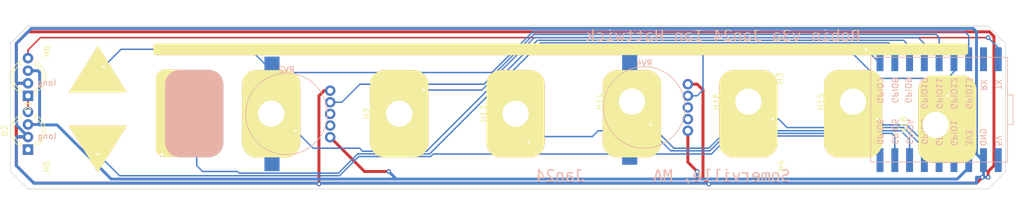
<source format=kicad_pcb>
(kicad_pcb (version 20240108) (generator "pcbnew") (generator_version "8.0")
  (layers (0 "F.Cu" signal) (31 "B.Cu" signal) (34 "B.Paste" user) (35 "F.Paste" user) (36 "B.SilkS" user "B.Silkscreen") (37 "F.SilkS" user "F.Silkscreen") (38 "B.Mask" user) (39 "F.Mask" user) (44 "Edge.Cuts" user))
  (net 0 "")
  (net 1 "/A1")
  (net 2 "+3.3V")
  (net 3 "GND")
  (net 4 "/A2")
  (net 5 "/A3")
  (net 6 "/A4")
  (net 7 "/A5")
  (net 8 "/A6")
  (net 9 "/A0")
  (net 10 "/A10")
  (net 11 "/D1")
  (net 12 "/A8")
  (net 13 "/SCL")
  (net 14 "/SDA")
  (net 15 "/A7")
  (net 16 "/A9")
  (net 17 "/D0")
  (net 18 "Net-(D1-DOUT)")
  (footprint "MountingHole:MountingHole_4.5mm" (layer "F.Cu") (at 195 100 90)
    (property "Reference" "H18" (at 0 -5.5 90) (layer "F.SilkS"))
    (property "Value" "MountingHole")
    (pad "" np_thru_hole circle (at 0 0 90) (size 4.5 4.5) (drill 4.5) (layers "F&B.Cu"))
  )
  (footprint "ih_kicad:recorder-touchpad" (layer "F.Cu") (at 122.793423 98.078 90)
    (property "Reference" "TP4" (hide yes))
    (property "Value" "TestPoint" (hide yes))
    (pad "1" smd roundrect (at 0 0 90) (size 15 10) (layers "F.Cu" "F.SilkS") (net 6 "/A4"))
  )
  (footprint "ih_kicad:recorder-touchpad-alt-up" (layer "F.Cu") (at 51 90.424)
    (property "Reference" "TP12" (hide yes))
    (property "Value" "TestPoint" (hide yes))
    (pad "1" smd trapezoid (at 0 0) (size 5 8) (rect_delta 0 5) (layers "F.Cu" "F.SilkS") (net 10 "/A10"))
  )
  (footprint "ih_kicad:recorder-touchpad" (layer "F.Cu") (at 80.793423 98.078 90)
    (property "Reference" "TP2" (hide yes))
    (property "Value" "TestPoint" (hide yes))
    (pad "1" smd roundrect (at 0 0 90) (size 15 10) (layers "F.Cu" "F.SilkS") (net 12 "/A8"))
  )
  (footprint "ih_kicad:recorder-touchpad-alt-up" (layer "F.Cu") (at 51 104.14 180)
    (property "Reference" "TP8" (hide yes))
    (property "Value" "TestPoint" (hide yes))
    (pad "1" smd trapezoid (at 0 0 180) (size 5 8) (rect_delta 0 5) (layers "F.Cu" "F.SilkS") (net 7 "/A5"))
  )
  (footprint "ih_kicad:recorder-touchpad" (layer "F.Cu") (at 142.793423 98.078 90)
    (property "Reference" "TP5" (hide yes))
    (property "Value" "TestPoint" (hide yes))
    (pad "1" smd roundrect (at 0 0 90) (size 15 10) (layers "F.Cu" "F.SilkS") (net 5 "/A3"))
  )
  (footprint "ih_kicad:recorder-touchpad-narrow" (layer "F.Cu") (at 64 98 90)
    (property "Reference" "TP11" (hide yes))
    (property "Value" "TestPoint" (hide yes))
    (pad "1" smd roundrect (at 0 0 90) (size 15 6) (layers "F.Cu" "F.SilkS") (net 15 "/A7"))
  )
  (footprint "MountingHole:MountingHole_4.5mm" (layer "F.Cu") (at 142.793423 96 90)
    (property "Reference" "H14" (at 0 -5.5 90) (layer "F.SilkS"))
    (property "Value" "MountingHole")
    (pad "" np_thru_hole circle (at 0 0 90) (size 4.5 4.5) (drill 4.5) (layers "F&B.Cu"))
  )
  (footprint "MountingHole:MountingHole_4.5mm" (layer "F.Cu") (at 122.793423 98.078 90)
    (property "Reference" "H13" (at 0 -5.5 90) (layer "F.SilkS"))
    (property "Value" "MountingHole")
    (pad "" np_thru_hole circle (at 0 0 90) (size 4.5 4.5) (drill 4.5) (layers "F&B.Cu"))
  )
  (footprint "MountingHole:MountingHole_4.5mm" (layer "F.Cu") (at 180.793423 96 90)
    (property "Reference" "H15" (at 0 -5.5 90) (layer "F.SilkS"))
    (property "Value" "MountingHole")
    (pad "" np_thru_hole circle (at 0 0 90) (size 4.5 4.5) (drill 4.5) (layers "F&B.Cu"))
  )
  (footprint "MountingHole:MountingHole_4.5mm" (layer "F.Cu") (at 162.793423 96 90)
    (property "Reference" "H16" (at 0 -5.5 90) (layer "F.SilkS"))
    (property "Value" "MountingHole")
    (pad "" np_thru_hole circle (at 0 0 90) (size 4.5 4.5) (drill 4.5) (layers "F&B.Cu"))
  )
  (footprint "MountingHole:MountingHole_3.2mm_M3_ISO14580" (layer "F.Cu") (at 172 92 90)
    (property "Reference" "H3" (at 0 -3.75 90) (layer "F.SilkS"))
    (property "Value" "MountingHole")
    (pad "" np_thru_hole circle (at 0 0 90) (size 3.2 3.2) (drill 3.2) (layers "*.Cu" "*.Mask"))
  )
  (footprint "ih_kicad:recorder-touchpad" (layer "F.Cu") (at 102.793423 98.078 90)
    (property "Reference" "TP3" (hide yes))
    (property "Value" "TestPoint" (hide yes))
    (pad "1" smd roundrect (at 0 0 90) (size 15 10) (layers "F.Cu" "F.SilkS") (net 16 "/A9"))
  )
  (footprint "MountingHole:MountingHole_3.2mm_M3_ISO14580" (layer "F.Cu") (at 46 107.188 90)
    (property "Reference" "H5" (at 0 -3.75 90) (layer "F.SilkS"))
    (property "Value" "MountingHole")
    (pad "" np_thru_hole circle (at 0 0 90) (size 3.2 3.2) (drill 3.2) (layers "*.Cu" "*.Mask"))
  )
  (footprint "MountingHole:MountingHole_3.2mm_M3_ISO14580" (layer "F.Cu") (at 172.212 107 90)
    (property "Reference" "H4" (at 0 -3.75 90) (layer "F.SilkS"))
    (property "Value" "MountingHole")
    (pad "" np_thru_hole circle (at 0 0 90) (size 3.2 3.2) (drill 3.2) (layers "*.Cu" "*.Mask"))
  )
  (footprint "LED_THT:LED_D5.0mm-4_RGB_Wide_Pins" (layer "F.Cu") (at 39 95 90)
    (property "Reference" "D1" (at -1.841 0 90) (layer "F.SilkS"))
    (property "Value" "WS2812B")
    (fp_line (start 0.6785 -1.545) (end 0.6785 -1.08) (stroke (width 0.12)) (layer "F.SilkS"))
    (fp_line (start 0.6785 1.08) (end 0.6785 1.545) (stroke (width 0.12)) (layer "F.SilkS"))
    (fp_arc (start 0.6785 -1.54483) (mid 3.496956 -2.978809) (end 6.026315 -1.080827) (stroke (width 0.12)) (layer "F.SilkS"))
    (fp_arc (start 0.983816 -1.08) (mid 3.238262 -2.5) (end 5.492979 -1.080429) (stroke (width 0.12)) (layer "F.SilkS"))
    (fp_arc (start 5.492979 1.080429) (mid 3.238262 2.5) (end 0.983816 1.08) (stroke (width 0.12)) (layer "F.SilkS"))
    (fp_arc (start 6.026315 1.080827) (mid 3.496956 2.978808) (end 0.6785 1.54483) (stroke (width 0.12)) (layer "F.SilkS"))
    (pad "1" thru_hole rect (at 0 0 90) (size 1.8 1.8) (drill 0.9) (layers "*.Cu" "*.Mask") (net 18 "Net-(D1-DOUT)"))
    (pad "2" thru_hole circle (at 2.159 0 90) (size 1.8 1.8) (drill 0.9) (layers "*.Cu" "*.Mask") (net 3 "GND"))
    (pad "3" thru_hole circle (at 4.318 0 90) (size 1.8 1.8) (drill 0.9) (layers "*.Cu" "*.Mask") (net 2 "+3.3V"))
    (pad "4" thru_hole circle (at 6.477 0 90) (size 1.8 1.8) (drill 0.9) (layers "*.Cu" "*.Mask") (net 13 "/SCL"))
  )
  (footprint "ih_kicad:recorder-touchpad" (layer "F.Cu") (at 180.793423 98.078 90)
    (property "Reference" "TP7" (hide yes))
    (property "Value" "TestPoint" (hide yes))
    (pad "1" smd roundrect (at 0 0 90) (size 15 10) (layers "F.Cu" "F.SilkS") (net 1 "/A1"))
  )
  (footprint "LED_THT:LED_D5.0mm-4_RGB_Wide_Pins" (layer "F.Cu") (at 39 104.24 90)
    (property "Reference" "D2" (at 3.2385 -3.96 90) (layer "F.SilkS"))
    (property "Value" "WS2812B")
    (fp_line (start 0.6785 -1.545) (end 0.6785 -1.08) (stroke (width 0.12)) (layer "F.SilkS"))
    (fp_line (start 0.6785 1.08) (end 0.6785 1.545) (stroke (width 0.12)) (layer "F.SilkS"))
    (fp_arc (start 0.6785 -1.54483) (mid 3.496956 -2.978809) (end 6.026315 -1.080827) (stroke (width 0.12)) (layer "F.SilkS"))
    (fp_arc (start 0.983816 -1.08) (mid 3.238262 -2.5) (end 5.492979 -1.080429) (stroke (width 0.12)) (layer "F.SilkS"))
    (fp_arc (start 5.492979 1.080429) (mid 3.238262 2.5) (end 0.983816 1.08) (stroke (width 0.12)) (layer "F.SilkS"))
    (fp_arc (start 6.026315 1.080827) (mid 3.496956 2.978808) (end 0.6785 1.54483) (stroke (width 0.12)) (layer "F.SilkS"))
    (pad "1" thru_hole rect (at 0 0 90) (size 1.8 1.8) (drill 0.9) (layers "*.Cu" "*.Mask"))
    (pad "2" thru_hole circle (at 2.159 0 90) (size 1.8 1.8) (drill 0.9) (layers "*.Cu" "*.Mask") (net 3 "GND"))
    (pad "3" thru_hole circle (at 4.318 0 90) (size 1.8 1.8) (drill 0.9) (layers "*.Cu" "*.Mask") (net 2 "+3.3V"))
    (pad "4" thru_hole circle (at 6.477 0 90) (size 1.8 1.8) (drill 0.9) (layers "*.Cu" "*.Mask") (net 18 "Net-(D1-DOUT)"))
  )
  (footprint "MountingHole:MountingHole_4.5mm" (layer "F.Cu") (at 102.793423 98.078 90)
    (property "Reference" "H2" (at 0 -5.5 90) (layer "F.SilkS"))
    (property "Value" "MountingHole")
    (pad "" np_thru_hole circle (at 0 0 90) (size 4.5 4.5) (drill 4.5) (layers "F&B.Cu"))
  )
  (footprint "MountingHole:MountingHole_3.2mm_M3_ISO14580" (layer "F.Cu") (at 46 87.376 90)
    (property "Reference" "H6" (at 0 -3.75 90) (layer "F.SilkS"))
    (property "Value" "MountingHole")
    (pad "" np_thru_hole circle (at 0 0 90) (size 3.2 3.2) (drill 3.2) (layers "*.Cu" "*.Mask"))
  )
  (footprint "ih_kicad:recorder-touchpad" (layer "F.Cu") (at 197 99 90)
    (property "Reference" "TP10" (hide yes))
    (property "Value" "TestPoint" (hide yes))
    (pad "1" smd roundrect (at 0 0 90) (size 15 10) (layers "F.Cu" "F.SilkS") (net 9 "/A0"))
  )
  (footprint "ih_kicad:recorder-touchtrack_120mm" (layer "F.Cu") (at 130.556 87)
    (property "Reference" "TP9" (hide yes))
    (property "Value" "TestPoint" (hide yes))
    (pad "1" smd roundrect (at 0 0) (size 140 2) (layers "F.Cu" "F.SilkS") (net 8 "/A6"))
  )
  (footprint "MountingHole:MountingHole_4.5mm" (layer "F.Cu") (at 80.793423 98.078 180)
    (property "Reference" "H1" (at 0 -5.5 0) (layer "F.SilkS"))
    (property "Value" "MountingHole")
    (pad "" np_thru_hole circle (at 0 0 180) (size 4.5 4.5) (drill 4.5) (layers "F&B.Cu"))
  )
  (footprint "ih_kicad:recorder-touchpad" (layer "F.Cu") (at 162.793423 98.078 90)
    (property "Reference" "TP6" (hide yes))
    (property "Value" "TestPoint" (hide yes))
    (pad "1" smd roundrect (at 0 0 90) (size 15 10) (layers "F.Cu" "F.SilkS") (net 4 "/A2"))
  )
  (footprint "ih_kicad:Wifiduino-ESP32S3-SMD" (layer "B.Cu") (at 195.58 97.38 90)
    (property "Reference" "U2" (hide yes))
    (property "Value" "~" (hide yes))
    (fp_line (start 9 -11.75) (end 9 11.75) (stroke (width 0.12)) (layer "B.SilkS"))
    (fp_line (start -9 -11.75) (end 9 -11.75) (stroke (width 0.12)) (layer "B.SilkS"))
    (fp_line (start 9 11.75) (end -9 11.75) (stroke (width 0.12)) (layer "B.SilkS"))
    (fp_line (start -2.54 11.75) (end -2.54 12.7) (stroke (width 0.12)) (layer "B.SilkS"))
    (fp_line (start -9 11.75) (end -9 -11.75) (stroke (width 0.12)) (layer "B.SilkS"))
    (fp_line (start 2.54 12.7) (end 2.54 11.75) (stroke (width 0.12)) (layer "B.SilkS"))
    (fp_line (start -2.54 12.7) (end 2.54 12.7) (stroke (width 0.12)) (layer "B.SilkS"))
    (fp_text user "GPIO1" (at -6.35 2.54 -90) (layer "B.SilkS") (effects (justify left mirror)))
    (fp_text user "GPIO11" (at 0 0 -90) (layer "B.SilkS") (effects (justify left mirror)))
    (fp_text user "3V3" (at -6.35 5.08 -90) (layer "B.SilkS") (effects (justify left mirror)))
    (fp_text user "GPIO8" (at 1 -7.62 -90) (layer "B.SilkS") (effects (justify left mirror)))
    (fp_text user "RX" (at 5.309999 7.62 -90) (layer "B.SilkS") (effects (justify right mirror)))
    (fp_text user "GPIO6" (at -6.120001 -10.16 -90) (layer "B.SilkS") (effects (justify left mirror)))
    (fp_text user "GPIO3" (at -6.120001 -2.54 -90) (layer "B.SilkS") (effects (justify left mirror)))
    (fp_text user "GPIO2" (at -6.35 0 -90) (layer "B.SilkS") (effects (justify left mirror)))
    (fp_text user "GPIO10" (at 0 -2.54 -90) (layer "B.SilkS") (effects (justify left mirror)))
    (fp_text user "TX" (at 5.309999 10.16 -90) (layer "B.SilkS") (effects (justify right mirror)))
    (fp_text user "GPIO5" (at -6.120001 -7.62 -90) (layer "B.SilkS") (effects (justify left mirror)))
    (fp_text user "GND" (at -6.35 7.62 90) (layer "B.SilkS") (effects (justify right mirror)))
    (fp_text user "GPIO13" (at 0 5.08 -90) (layer "B.SilkS") (effects (justify left mirror)))
    (fp_text user "5V" (at -6.35 10.16 -90) (layer "B.SilkS") (effects (justify left mirror)))
    (fp_text user "GPIO9" (at 1 -5.309999 -90) (layer "B.SilkS") (effects (justify left mirror)))
    (fp_text user "GPIO4" (at -6.120001 -5.08 -90) (layer "B.SilkS") (effects (justify left mirror)))
    (fp_text user "GPIO7" (at 1 -10.16 -90) (layer "B.SilkS") (effects (justify left mirror)))
    (fp_text user "GPIO12" (at 0 2.54 -90) (layer "B.SilkS") (effects (justify left mirror)))
    (pad "1" smd custom (at -7.62 10.16 180) (size 1.2 2) (layers "B.Cu" "B.Paste" "B.Mask") (options (clearance outline) (anchor rect)) (primitives (gr_poly (pts (xy -0.5 -3) (xy -0.5 0.5) (xy 0.5 0.5) (xy 0.5 -3)) (width 0.2) (fill yes))))
    (pad "2" smd custom (at -7.62 7.62 180) (size 1.2 2) (layers "B.Cu" "B.Paste" "B.Mask") (net 3 "GND") (options (clearance outline) (anchor rect)) (primitives (gr_poly (pts (xy -0.5 -3) (xy -0.5 0.5) (xy 0.5 0.5) (xy 0.5 -3)) (width 0.2) (fill yes))))
    (pad "3" smd custom (at -7.62 5.08 180) (size 1.2 2) (layers "B.Cu" "B.Paste" "B.Mask") (net 2 "+3.3V") (options (clearance outline) (anchor rect)) (primitives (gr_poly (pts (xy -0.5 -3) (xy -0.5 0.5) (xy 0.5 0.5) (xy 0.5 -3)) (width 0.2) (fill yes))))
    (pad "4" smd custom (at -7.62 2.54 180) (size 1.2 2) (layers "B.Cu" "B.Paste" "B.Mask") (net 9 "/A0") (options (clearance outline) (anchor rect)) (primitives (gr_poly (pts (xy -0.5 -3) (xy -0.5 0.5) (xy 0.5 0.5) (xy 0.5 -3)) (width 0.2) (fill yes))))
    (pad "5" smd custom (at -7.62 0 180) (size 1.2 2) (layers "B.Cu" "B.Paste" "B.Mask") (net 1 "/A1") (options (clearance outline) (anchor rect)) (primitives (gr_poly (pts (xy -0.5 -3) (xy -0.5 0.5) (xy 0.5 0.5) (xy 0.5 -3)) (width 0.2) (fill yes))))
    (pad "6" smd custom (at -7.62 -2.54 180) (size 1.2 2) (layers "B.Cu" "B.Paste" "B.Mask") (net 4 "/A2") (options (clearance outline) (anchor rect)) (primitives (gr_poly (pts (xy -0.5 -3) (xy -0.5 0.5) (xy 0.5 0.5) (xy 0.5 -3)) (width 0.2) (fill yes))))
    (pad "7" smd custom (at -7.62 -5.08 180) (size 1.2 2) (layers "B.Cu" "B.Paste" "B.Mask") (net 5 "/A3") (options (clearance outline) (anchor rect)) (primitives (gr_poly (pts (xy -0.5 -3) (xy -0.5 0.5) (xy 0.5 0.5) (xy 0.5 -3)) (width 0.2) (fill yes))))
    (pad "8" smd custom (at -7.62 -7.62 180) (size 1.2 2) (layers "B.Cu" "B.Paste" "B.Mask") (net 6 "/A4") (options (clearance outline) (anchor rect)) (primitives (gr_poly (pts (xy -0.5 -3) (xy -0.5 0.5) (xy 0.5 0.5) (xy 0.5 -3)) (width 0.2) (fill yes))))
    (pad "9" smd custom (at -7.62 -10.16 180) (size 1.2 2) (layers "B.Cu" "B.Paste" "B.Mask") (net 7 "/A5") (options (clearance outline) (anchor rect)) (primitives (gr_poly (pts (xy -0.5 -3) (xy -0.5 0.5) (xy 0.5 0.5) (xy 0.5 -3)) (width 0.2) (fill yes))))
    (pad "10" smd custom (at 7.62 -10.16) (size 1.2 2) (layers "B.Cu" "B.Paste" "B.Mask") (net 8 "/A6") (options (clearance outline) (anchor rect)) (primitives (gr_poly (pts (xy -0.5 -3) (xy -0.5 0.5) (xy 0.5 0.5) (xy 0.5 -3)) (width 0.2) (fill yes))))
    (pad "11" smd custom (at 7.62 -7.62) (size 1.2 2) (layers "B.Cu" "B.Paste" "B.Mask") (net 15 "/A7") (options (clearance outline) (anchor rect)) (primitives (gr_poly (pts (xy -0.5 -3) (xy -0.5 0.5) (xy 0.5 0.5) (xy 0.5 -3)) (width 0.2) (fill yes))))
    (pad "12" smd custom (at 7.62 -5.08) (size 1.2 2) (layers "B.Cu" "B.Paste" "B.Mask") (net 12 "/A8") (options (clearance outline) (anchor rect)) (primitives (gr_poly (pts (xy -0.5 -3) (xy -0.5 0.5) (xy 0.5 0.5) (xy 0.5 -3)) (width 0.2) (fill yes))))
    (pad "13" smd custom (at 7.62 -2.54) (size 1.2 2) (layers "B.Cu" "B.Paste" "B.Mask") (net 16 "/A9") (options (clearance outline) (anchor rect)) (primitives (gr_poly (pts (xy -0.5 -3) (xy -0.5 0.5) (xy 0.5 0.5) (xy 0.5 -3)) (width 0.2) (fill yes))))
    (pad "14" smd custom (at 7.62 0) (size 1.2 2) (layers "B.Cu" "B.Paste" "B.Mask") (net 17 "/D0") (options (clearance outline) (anchor rect)) (primitives (gr_poly (pts (xy -0.5 -3) (xy -0.5 0.5) (xy 0.5 0.5) (xy 0.5 -3)) (width 0.2) (fill yes))))
    (pad "15" smd custom (at 7.62 2.54) (size 1.2 2) (layers "B.Cu" "B.Paste" "B.Mask") (net 11 "/D1") (options (clearance outline) (anchor rect)) (primitives (gr_poly (pts (xy -0.5 -3) (xy -0.5 0.5) (xy 0.5 0.5) (xy 0.5 -3)) (width 0.2) (fill yes))))
    (pad "16" smd custom (at 7.62 5.08) (size 1.2 2) (layers "B.Cu" "B.Paste" "B.Mask") (net 10 "/A10") (options (clearance outline) (anchor rect)) (primitives (gr_poly (pts (xy -0.5 -3) (xy -0.5 0.5) (xy 0.5 0.5) (xy 0.5 -3)) (width 0.2) (fill yes))))
    (pad "17" smd custom (at 7.62 7.62) (size 1.2 2) (layers "B.Cu" "B.Paste" "B.Mask") (net 14 "/SDA") (options (clearance outline) (anchor rect)) (primitives (gr_poly (pts (xy -0.5 -3) (xy -0.5 0.5) (xy 0.5 0.5) (xy 0.5 -3)) (width 0.2) (fill yes))))
    (pad "18" smd custom (at 7.62 10.16) (size 1.2 2) (layers "B.Cu" "B.Paste" "B.Mask") (net 13 "/SCL") (options (clearance outline) (anchor rect)) (primitives (gr_poly (pts (xy -0.5 -3) (xy -0.5 0.5) (xy 0.5 0.5) (xy 0.5 -3)) (width 0.2) (fill yes))))
  )
  (footprint "ih_kicad:potentiometer_wheel_10mm_SMD-shield" (layer "B.Cu") (at 144.9 97 180)
    (property "Reference" "RV4" (at 0 7.62 0) (layer "B.SilkS") (effects (justify mirror)))
    (property "Value" "R_Potentiometer_Dual")
    (fp_circle (center 0 0) (end 7 0) (stroke (width 0.12)) (fill none) (layer "B.SilkS"))
    (pad "1" thru_hole circle (at -7.5 -4 180) (size 1.8 1.8) (drill 1) (layers "*.Cu" "*.Mask") (net 2 "+3.3V"))
    (pad "2" thru_hole circle (at -7.5 -2 180) (size 1.8 1.8) (drill 1) (layers "*.Cu" "*.Mask"))
    (pad "3" thru_hole circle (at -7.5 0 180) (size 1.8 1.8) (drill 1) (layers "*.Cu" "*.Mask"))
    (pad "4" thru_hole circle (at -7.5 2 180) (size 1.8 1.8) (drill 1) (layers "*.Cu" "*.Mask") (net 11 "/D1"))
    (pad "5" thru_hole circle (at -7.5 4 180) (size 1.8 1.8) (drill 1) (layers "*.Cu" "*.Mask") (net 3 "GND"))
    (pad "6" smd rect (at 2.5 -7.35 180) (size 2.6 5) (layers "B.Cu" "B.Paste" "B.Mask") (net 7 "/A5"))
    (pad "6" smd rect (at 2.5 7.35 180) (size 2.6 5) (layers "B.Cu" "B.Paste" "B.Mask") (net 7 "/A5"))
  )
  (footprint "ih_kicad:potentiometer_wheel_10mm_SMD-shield" (layer "B.Cu") (at 83.432 98.108 180)
    (property "Reference" "RV2" (at 0 7.62 0) (layer "B.SilkS") (effects (justify mirror)))
    (property "Value" "R_Potentiometer_Dual")
    (fp_circle (center 0 0) (end 7 0) (stroke (width 0.12)) (fill none) (layer "B.SilkS"))
    (pad "1" thru_hole circle (at -7.5 -4 180) (size 1.8 1.8) (drill 1) (layers "*.Cu" "*.Mask") (net 2 "+3.3V"))
    (pad "2" thru_hole circle (at -7.5 -2 180) (size 1.8 1.8) (drill 1) (layers "*.Cu" "*.Mask"))
    (pad "3" thru_hole circle (at -7.5 0 180) (size 1.8 1.8) (drill 1) (layers "*.Cu" "*.Mask"))
    (pad "4" thru_hole circle (at -7.5 2 180) (size 1.8 1.8) (drill 1) (layers "*.Cu" "*.Mask") (net 17 "/D0"))
    (pad "5" thru_hole circle (at -7.5 4 180) (size 1.8 1.8) (drill 1) (layers "*.Cu" "*.Mask") (net 3 "GND"))
    (pad "6" smd rect (at 2.5 -7.35 180) (size 2.6 5) (layers "B.Cu" "B.Paste" "B.Mask") (net 10 "/A10"))
    (pad "6" smd rect (at 2.5 7.35 180) (size 2.6 5) (layers "B.Cu" "B.Paste" "B.Mask") (net 10 "/A10"))
  )
  (footprint "ih_kicad:recorder-touchpad" (layer "B.Cu") (at 67.564 98.044 -90)
    (property "Reference" "TP1" (hide yes))
    (property "Value" "TestPoint" (hide yes))
    (pad "1" smd roundrect (at 0 0 270) (size 15 10) (layers "B.Cu" "B.SilkS") (net 15 "/A7"))
  )
  (gr_line (start 204 111) (end 207 108) (stroke (width 0.1)) (layer "Edge.Cuts"))
  (gr_line (start 39 83) (end 36 86) (stroke (width 0.1)) (layer "Edge.Cuts"))
  (gr_line (start 36 108) (end 39 111) (stroke (width 0.1)) (layer "Edge.Cuts"))
  (gr_line (start 207 86) (end 204 83) (stroke (width 0.1)) (layer "Edge.Cuts"))
  (gr_line (start 36 86) (end 36 108) (stroke (width 0.1)) (layer "Edge.Cuts"))
  (gr_line (start 204 83) (end 39 83) (stroke (width 0.1)) (layer "Edge.Cuts"))
  (gr_line (start 207 108) (end 207 86) (stroke (width 0.1)) (layer "Edge.Cuts"))
  (gr_line (start 39 111) (end 204 111) (stroke (width 0.1)) (layer "Edge.Cuts"))
  (gr_text "Somerville, MA       Jan24" (at 170 110 0) (layer "B.SilkS") (effects (font (size 2 2)) (justify left bottom mirror)))
  (gr_text "long" (at 44.012086 102.499816 0) (layer "B.SilkS") (effects (font (size 1 1)) (justify left bottom mirror)))
  (gr_text "Robin v3a Jan24 Ian Hattwick" (at 182 86 0) (layer "B.SilkS") (effects (font (size 2 2)) (justify left bottom mirror)))
  (gr_text "long" (at 43.967741 93.320496 0) (layer "B.SilkS") (effects (font (size 1 1)) (justify left bottom mirror)))
  (segment (start 185 99) (end 184.625 98.625) (width 0.25) (layer "F.Cu") (net 1))
  (segment (start 184.625 98.625) (end 180.793423 98.625) (width 0.25) (layer "F.Cu") (net 1))
  (via (at 185 99) (size 0.8) (drill 0.4) (layers "F.Cu" "B.Cu") (net 1))
  (segment (start 196 104) (end 195 103) (width 0.25) (layer "B.Cu") (net 1))
  (segment (start 191 101) (end 190 100) (width 0.25) (layer "B.Cu") (net 1))
  (segment (start 195.58 105) (end 196 104.58) (width 0.25) (layer "B.Cu") (net 1))
  (segment (start 194 103) (end 193 103) (width 0.25) (layer "B.Cu") (net 1))
  (segment (start 193 103) (end 191 101) (width 0.25) (layer "B.Cu") (net 1))
  (segment (start 186 100) (end 185 99) (width 0.25) (layer "B.Cu") (net 1))
  (segment (start 196 104.58) (end 196 104) (width 0.25) (layer "B.Cu") (net 1))
  (segment (start 195 103) (end 194 103) (width 0.25) (layer "B.Cu") (net 1))
  (segment (start 190 100) (end 186 100) (width 0.25) (layer "B.Cu") (net 1))
  (segment (start 152.4 101) (end 152.4 106.4) (width 0.5) (layer "F.Cu") (net 2))
  (segment (start 152.4 106.4) (end 154 108) (width 0.5) (layer "F.Cu") (net 2))
  (segment (start 90.932 102.108) (end 96.824 108) (width 0.5) (layer "F.Cu") (net 2))
  (segment (start 96.824 108) (end 101 108) (width 0.5) (layer "F.Cu") (net 2))
  (via (at 101 108) (size 0.8) (drill 0.4) (layers "F.Cu" "B.Cu") (net 2))
  (via (at 154 108) (size 0.8) (drill 0.4) (layers "F.Cu" "B.Cu") (net 2))
  (segment (start 154 108) (end 154 109.308) (width 0.5) (layer "B.Cu") (net 2))
  (segment (start 102 109.308) (end 154 109.308) (width 0.5) (layer "B.Cu") (net 2))
  (segment (start 154 109.308) (end 198.692 109.308) (width 0.5) (layer "B.Cu") (net 2))
  (segment (start 44 100) (end 53.308 109.308) (width 0.5) (layer "B.Cu") (net 2))
  (segment (start 39 99.922) (end 40.922 99.922) (width 0.5) (layer "B.Cu") (net 2))
  (segment (start 198.692 109.308) (end 200.66 107.34) (width 0.5) (layer "B.Cu") (net 2))
  (segment (start 39 90.682) (end 40.682 90.682) (width 0.5) (layer "B.Cu") (net 2))
  (segment (start 41 100) (end 44 100) (width 0.5) (layer "B.Cu") (net 2))
  (segment (start 101 108) (end 102 109) (width 0.5) (layer "B.Cu") (net 2))
  (segment (start 40.682 90.682) (end 41 91) (width 0.5) (layer "B.Cu") (net 2))
  (segment (start 40.922 99.922) (end 41 100) (width 0.5) (layer "B.Cu") (net 2))
  (segment (start 200.66 107.34) (end 200.66 105) (width 0.5) (layer "B.Cu") (net 2))
  (segment (start 53.308 109.308) (end 102 109.308) (width 0.5) (layer "B.Cu") (net 2))
  (segment (start 41 91) (end 41 100) (width 0.5) (layer "B.Cu") (net 2))
  (segment (start 102 109) (end 102 109.308) (width 0.5) (layer "B.Cu") (net 2))
  (segment (start 37 102) (end 37 86) (width 0.5) (layer "F.Cu") (net 3))
  (segment (start 89 95) (end 89 110.1575) (width 0.5) (layer "F.Cu") (net 3))
  (segment (start 39 84) (end 204.202082 84) (width 0.5) (layer "F.Cu") (net 3))
  (segment (start 203 109) (end 202 110) (width 0.5) (layer "F.Cu") (net 3))
  (segment (start 37 86) (end 39 84) (width 0.5) (layer "F.Cu") (net 3))
  (segment (start 37 107) (end 37 102) (width 0.5) (layer "F.Cu") (net 3))
  (segment (start 37.081 102.081) (end 37 102) (width 0.5) (layer "F.Cu") (net 3))
  (segment (start 152.4 93) (end 154 93) (width 0.5) (layer "F.Cu") (net 3))
  (segment (start 89.892 94.108) (end 89 95) (width 0.5) (layer "F.Cu") (net 3))
  (segment (start 204 108) (end 204 109) (width 0.5) (layer "F.Cu") (net 3))
  (segment (start 204.202082 84) (end 205 84.797918) (width 0.5) (layer "F.Cu") (net 3))
  (segment (start 40 110) (end 37 107) (width 0.5) (layer "F.Cu") (net 3))
  (segment (start 202 110) (end 40 110) (width 0.5) (layer "F.Cu") (net 3))
  (segment (start 155 109.1575) (end 156 110.1575) (width 0.5) (layer "F.Cu") (net 3))
  (segment (start 205 84.797918) (end 205 107) (width 0.5) (layer "F.Cu") (net 3))
  (segment (start 154 93) (end 155 94) (width 0.5) (layer "F.Cu") (net 3))
  (segment (start 37 93) (end 37 102) (width 0.5) (layer "F.Cu") (net 3))
  (segment (start 90.932 94.108) (end 89.892 94.108) (width 0.5) (layer "F.Cu") (net 3))
  (segment (start 39 92.841) (end 37.159 92.841) (width 0.5) (layer "F.Cu") (net 3))
  (segment (start 155 94) (end 155 109.1575) (width 0.5) (layer "F.Cu") (net 3))
  (segment (start 205 107) (end 204 108) (width 0.5) (layer "F.Cu") (net 3))
  (segment (start 37.159 92.841) (end 37 93) (width 0.5) (layer "F.Cu") (net 3))
  (segment (start 39 102.081) (end 37.081 102.081) (width 0.5) (layer "F.Cu") (net 3))
  (via (at 204 109) (size 0.8) (drill 0.4) (layers "F.Cu" "B.Cu") (net 3))
  (via (at 156 110.1575) (size 0.8) (drill 0.4) (layers "F.Cu" "B.Cu") (net 3))
  (via (at 203 109) (size 0.8) (drill 0.4) (layers "F.Cu" "B.Cu") (net 3))
  (via (at 89 110.1575) (size 0.8) (drill 0.4) (layers "F.Cu" "B.Cu") (net 3))
  (segment (start 39.575 83.425) (end 201.425 83.425) (width 0.5) (layer "B.Cu") (net 3))
  (segment (start 37 102.162) (end 37.162 102) (width 0.5) (layer "B.Cu") (net 3))
  (segment (start 37 107) (end 37 102.162) (width 0.5) (layer "B.Cu") (net 3))
  (segment (start 203.2 108.8) (end 203 109) (width 0.5) (layer "B.Cu") (net 3))
  (segment (start 202 110) (end 202 109) (width 0.5) (layer "B.Cu") (net 3))
  (segment (start 40.008 110.008) (end 37 107) (width 0.5) (layer "B.Cu") (net 3))
  (segment (start 202 105) (end 203 106) (width 0.5) (layer "B.Cu") (net 3))
  (segment (start 37 92.841) (end 37 86) (width 0.5) (layer "B.Cu") (net 3))
  (segment (start 37 86) (end 39.575 83.425) (width 0.5) (layer "B.Cu") (net 3))
  (segment (start 201.992 110.008) (end 40.008 110.008) (width 0.5) (layer "B.Cu") (net 3))
  (segment (start 202 84) (end 202 105) (width 0.5) (layer "B.Cu") (net 3))
  (segment (start 37.162 102) (end 39 102) (width 0.5) (layer "B.Cu") (net 3))
  (segment (start 202 109) (end 203 109) (width 0.5) (layer "B.Cu") (net 3))
  (segment (start 204 109) (end 203 109) (width 0.5) (layer "B.Cu") (net 3))
  (segment (start 39 92.841) (end 37 92.841) (width 0.5) (layer "B.Cu") (net 3))
  (segment (start 201.992 110.008) (end 202 110) (width 0.5) (layer "B.Cu") (net 3))
  (segment (start 37 100) (end 37 92.841) (width 0.5) (layer "B.Cu") (net 3))
  (segment (start 203.2 105) (end 203.2 108.8) (width 0.5) (layer "B.Cu") (net 3))
  (segment (start 201.425 83.425) (end 202 84) (width 0.5) (layer "B.Cu") (net 3))
  (segment (start 39 102) (end 37 100) (width 0.5) (layer "B.Cu") (net 3))
  (via (at 167 99) (size 0.8) (drill 0.4) (layers "F.Cu" "B.Cu") (net 4))
  (segment (start 169.45 100.45) (end 189.45 100.45) (width 0.25) (layer "B.Cu") (net 4))
  (segment (start 168 99) (end 169.45 100.45) (width 0.25) (layer "B.Cu") (net 4))
  (segment (start 167 99) (end 168 99) (width 0.25) (layer "B.Cu") (net 4))
  (segment (start 189.45 100.45) (end 193.04 104.04) (width 0.25) (layer "B.Cu") (net 4))
  (segment (start 193.04 104.04) (end 193.04 105) (width 0.25) (layer "B.Cu") (net 4))
  (segment (start 144.625 98.625) (end 142.793423 98.625) (width 0.25) (layer "F.Cu") (net 5))
  (segment (start 146 100) (end 144.625 98.625) (width 0.25) (layer "F.Cu") (net 5))
  (via (at 146 100) (size 0.8) (drill 0.4) (layers "F.Cu" "B.Cu") (net 5))
  (segment (start 156 104) (end 150 104) (width 0.25) (layer "B.Cu") (net 5))
  (segment (start 150 104) (end 146 100) (width 0.25) (layer "B.Cu") (net 5))
  (segment (start 190.5 105) (end 190.5 102.5) (width 0.25) (layer "B.Cu") (net 5))
  (segment (start 159 101) (end 156 104) (width 0.25) (layer "B.Cu") (net 5))
  (segment (start 189 101) (end 159 101) (width 0.25) (layer "B.Cu") (net 5))
  (segment (start 190.5 102.5) (end 189 101) (width 0.25) (layer "B.Cu") (net 5))
  (segment (start 125 103) (end 125 100.284577) (width 0.25) (layer "F.Cu") (net 6))
  (segment (start 125 100.284577) (end 124.649578 99.934155) (width 0.25) (layer "F.Cu") (net 6))
  (via (at 125 103) (size 0.8) (drill 0.4) (layers "F.Cu" "B.Cu") (net 6))
  (segment (start 187.96 101.96) (end 187.96 105) (width 0.25) (layer "B.Cu") (net 6))
  (segment (start 156.186396 104.45) (end 159.186396 101.45) (width 0.25) (layer "B.Cu") (net 6))
  (segment (start 187.45 101.45) (end 187.96 101.96) (width 0.25) (layer "B.Cu") (net 6))
  (segment (start 136 102) (end 137 101) (width 0.25) (layer "B.Cu") (net 6))
  (segment (start 149.45 104.45) (end 156.186396 104.45) (width 0.25) (layer "B.Cu") (net 6))
  (segment (start 125 103) (end 126 102) (width 0.25) (layer "B.Cu") (net 6))
  (segment (start 126 102) (end 136 102) (width 0.25) (layer "B.Cu") (net 6))
  (segment (start 137 101) (end 146 101) (width 0.25) (layer "B.Cu") (net 6))
  (segment (start 159.186396 101.45) (end 187.45 101.45) (width 0.25) (layer "B.Cu") (net 6))
  (segment (start 146 101) (end 149.45 104.45) (width 0.25) (layer "B.Cu") (net 6))
  (segment (start 51 105) (end 51 104.14) (width 0.25) (layer "F.Cu") (net 7))
  (via (at 51 105) (size 0.8) (drill 0.4) (layers "F.Cu" "B.Cu") (net 7))
  (segment (start 92.539792 108.733) (end 54.733 108.733) (width 0.25) (layer "B.Cu") (net 7))
  (segment (start 185.42 102.42) (end 184.9 101.9) (width 0.25) (layer "B.Cu") (net 7))
  (segment (start 108.210396 105.426) (end 95.846792 105.426) (width 0.25) (layer "B.Cu") (net 7))
  (segment (start 184.9 101.9) (end 159.55 101.9) (width 0.25) (layer "B.Cu") (net 7))
  (segment (start 108.636396 105) (end 108.210396 105.426) (width 0.25) (layer "B.Cu") (net 7))
  (segment (start 185.42 105) (end 185.42 102.42) (width 0.25) (layer "B.Cu") (net 7))
  (segment (start 54.733 108.733) (end 51 105) (width 0.25) (layer "B.Cu") (net 7))
  (segment (start 95.846792 105.426) (end 92.539792 108.733) (width 0.25) (layer "B.Cu") (net 7))
  (segment (start 156.45 105) (end 108.636396 105) (width 0.25) (layer "B.Cu") (net 7))
  (segment (start 159.55 101.9) (end 156.45 105) (width 0.25) (layer "B.Cu") (net 7))
  (segment (start 183 87) (end 181 87) (width 0.25) (layer "F.Cu") (net 8))
  (via (at 183 87) (size 0.8) (drill 0.4) (layers "F.Cu" "B.Cu") (net 8))
  (segment (start 185.42 89.76) (end 185.42 89.42) (width 0.25) (layer "B.Cu") (net 8))
  (segment (start 185.42 89.42) (end 183 87) (width 0.25) (layer "B.Cu") (net 8))
  (segment (start 197.625 95.625) (end 197.625 101) (width 0.25) (layer "F.Cu") (net 9))
  (segment (start 197 95) (end 197.625 95.625) (width 0.25) (layer "F.Cu") (net 9))
  (via (at 197 95) (size 0.8) (drill 0.4) (layers "F.Cu" "B.Cu") (net 9))
  (segment (start 198.12 96.12) (end 198.12 105) (width 0.25) (layer "B.Cu") (net 9))
  (segment (start 197 95) (end 198.12 96.12) (width 0.25) (layer "B.Cu") (net 9))
  (segment (start 52 90) (end 51.424 90) (width 0.25) (layer "F.Cu") (net 10))
  (segment (start 51.424 90) (end 51 90.424) (width 0.25) (layer "F.Cu") (net 10))
  (via (at 52 90) (size 0.8) (drill 0.4) (layers "F.Cu" "B.Cu") (net 10))
  (segment (start 118.727208 91) (end 81.174 91) (width 0.25) (layer "B.Cu") (net 10))
  (segment (start 77.174 87) (end 55 87) (width 0.25) (layer "B.Cu") (net 10))
  (segment (start 81.174 91) (end 80.932 90.758) (width 0.25) (layer "B.Cu") (net 10))
  (segment (start 200 84) (end 125.727208 84) (width 0.25) (layer "B.Cu") (net 10))
  (segment (start 200.66 89.76) (end 200.66 84.66) (width 0.25) (layer "B.Cu") (net 10))
  (segment (start 80.932 90.758) (end 77.174 87) (width 0.25) (layer "B.Cu") (net 10))
  (segment (start 200.66 84.66) (end 200 84) (width 0.25) (layer "B.Cu") (net 10))
  (segment (start 125.727208 84) (end 118.727208 91) (width 0.25) (layer "B.Cu") (net 10))
  (segment (start 55 87) (end 52 90) (width 0.25) (layer "B.Cu") (net 10))
  (segment (start 152.4 95) (end 154 95) (width 0.25) (layer "B.Cu") (net 11))
  (segment (start 155 87) (end 155.65 86.35) (width 0.25) (layer "B.Cu") (net 11))
  (segment (start 154 95) (end 155 94) (width 0.25) (layer "B.Cu") (net 11))
  (segment (start 197 92) (end 198.12 90.88) (width 0.25) (layer "B.Cu") (net 11))
  (segment (start 198.12 90.88) (end 198.12 89.76) (width 0.25) (layer "B.Cu") (net 11))
  (segment (start 185 92) (end 197 92) (width 0.25) (layer "B.Cu") (net 11))
  (segment (start 155 94) (end 155 87) (width 0.25) (layer "B.Cu") (net 11))
  (segment (start 179.35 86.35) (end 185 92) (width 0.25) (layer "B.Cu") (net 11))
  (segment (start 155.65 86.35) (end 179.35 86.35) (width 0.25) (layer "B.Cu") (net 11))
  (segment (start 83.715423 101) (end 82.649578 99.934155) (width 0.25) (layer "F.Cu") (net 12))
  (segment (start 85 101) (end 83.715423 101) (width 0.25) (layer "F.Cu") (net 12))
  (via (at 85 101) (size 0.8) (drill 0.4) (layers "F.Cu" "B.Cu") (net 12))
  (segment (start 190.5 86.5) (end 189.45 85.45) (width 0.25) (layer "B.Cu") (net 12))
  (segment (start 107.474 104.526) (end 96.526 104.526) (width 0.25) (layer "B.Cu") (net 12))
  (segment (start 96 104) (end 88 104) (width 0.25) (layer "B.Cu") (net 12))
  (segment (start 190.5 89.76) (end 190.5 86.5) (width 0.25) (layer "B.Cu") (net 12))
  (segment (start 126.55 85.45) (end 107.474 104.526) (width 0.25) (layer "B.Cu") (net 12))
  (segment (start 96.526 104.526) (end 96 104) (width 0.25) (layer "B.Cu") (net 12))
  (segment (start 189.45 85.45) (end 126.55 85.45) (width 0.25) (layer "B.Cu") (net 12))
  (segment (start 88 104) (end 85 101) (width 0.25) (layer "B.Cu") (net 12))
  (segment (start 41.125 85) (end 39 87.125) (width 0.25) (layer "F.Cu") (net 13))
  (segment (start 204 85) (end 41.125 85) (width 0.25) (layer "F.Cu") (net 13))
  (segment (start 39 87.125) (end 39 88.523) (width 0.25) (layer "F.Cu") (net 13))
  (via (at 204 85) (size 0.8) (drill 0.4) (layers "F.Cu" "B.Cu") (net 13))
  (segment (start 205.74 86.74) (end 205.74 89.76) (width 0.25) (layer "B.Cu") (net 13))
  (segment (start 204 85) (end 205.74 86.74) (width 0.25) (layer "B.Cu") (net 13))
  (segment (start 62.793423 104.206577) (end 62 105) (width 0.25) (layer "F.Cu") (net 15))
  (segment (start 62.793423 98) (end 62.793423 104.206577) (width 0.25) (layer "F.Cu") (net 15))
  (via (at 62 105) (size 0.8) (drill 0.4) (layers "F.Cu" "B.Cu") (net 15))
  (segment (start 95.660396 104.976) (end 108.024 104.976) (width 0.25) (layer "B.Cu") (net 15))
  (segment (start 68 98.48) (end 67.564 98.044) (width 0.25) (layer "B.Cu") (net 15))
  (segment (start 75 108) (end 75.283 108.283) (width 0.25) (layer "B.Cu") (net 15))
  (segment (start 108.024 104.976) (end 127.1 85.9) (width 0.25) (layer "B.Cu") (net 15))
  (segment (start 75.283 108.283) (end 92.353396 108.283) (width 0.25) (layer "B.Cu") (net 15))
  (segment (start 68 105) (end 68 107) (width 0.25) (layer "B.Cu") (net 15))
  (segment (start 68 107) (end 68 98.48) (width 0.25) (layer "B.Cu") (net 15))
  (segment (start 92.353396 108.283) (end 95.660396 104.976) (width 0.25) (layer "B.Cu") (net 15))
  (segment (start 187.96 86.96) (end 187.96 89.76) (width 0.25) (layer "B.Cu") (net 15))
  (segment (start 127.1 85.9) (end 186.9 85.9) (width 0.25) (layer "B.Cu") (net 15))
  (segment (start 62 105) (end 68 105) (width 0.25) (layer "B.Cu") (net 15))
  (segment (start 69 108) (end 75 108) (width 0.25) (layer "B.Cu") (net 15))
  (segment (start 186.9 85.9) (end 187.96 86.96) (width 0.25) (layer "B.Cu") (net 15))
  (segment (start 68 107) (end 69 108) (width 0.25) (layer "B.Cu") (net 15))
  (segment (start 107 94) (end 103.159112 94) (width 0.25) (layer "F.Cu") (net 16))
  (segment (start 103.159112 94) (end 100.937267 96.221845) (width 0.25) (layer "F.Cu") (net 16))
  (via (at 107 94) (size 0.8) (drill 0.4) (layers "F.Cu" "B.Cu") (net 16))
  (segment (start 134.9 84.9) (end 135 85) (width 0.25) (layer "B.Cu") (net 16))
  (segment (start 193.04 86.04) (end 193.04 89.76) (width 0.25) (layer "B.Cu") (net 16))
  (segment (start 134.8 85) (end 134.9 84.9) (width 0.25) (layer "B.Cu") (net 16))
  (segment (start 107 94) (end 117 94) (width 0.25) (layer "B.Cu") (net 16))
  (segment (start 135 85) (end 192 85) (width 0.25) (layer "B.Cu") (net 16))
  (segment (start 126 85) (end 134.8 85) (width 0.25) (layer "B.Cu") (net 16))
  (segment (start 192 85) (end 193.04 86.04) (width 0.25) (layer "B.Cu") (net 16))
  (segment (start 117 94) (end 126 85) (width 0.25) (layer "B.Cu") (net 16))
  (segment (start 125.913604 84.45) (end 117.363604 93) (width 0.25) (layer "B.Cu") (net 17))
  (segment (start 195.58 84.968959) (end 195.061041 84.45) (width 0.25) (layer "B.Cu") (net 17))
  (segment (start 117.363604 93) (end 96.04 93) (width 0.25) (layer "B.Cu") (net 17))
  (segment (start 92.932 96.108) (end 96.04 93) (width 0.25) (layer "B.Cu") (net 17))
  (segment (start 195.061041 84.45) (end 125.913604 84.45) (width 0.25) (layer "B.Cu") (net 17))
  (segment (start 195.58 89.76) (end 195.58 84.968959) (width 0.25) (layer "B.Cu") (net 17))
  (segment (start 90.932 96.108) (end 92.932 96.108) (width 0.25) (layer "B.Cu") (net 17))
  (segment (start 39 95) (end 39 97) (width 0.25) (layer "F.Cu") (net 18))
  (segment (start 39 97) (end 39 98) (width 0.25) (layer "F.Cu") (net 18))
  (segment (start 39 97.763) (end 39 97) (width 0.25) (layer "F.Cu") (net 18))
)
</source>
